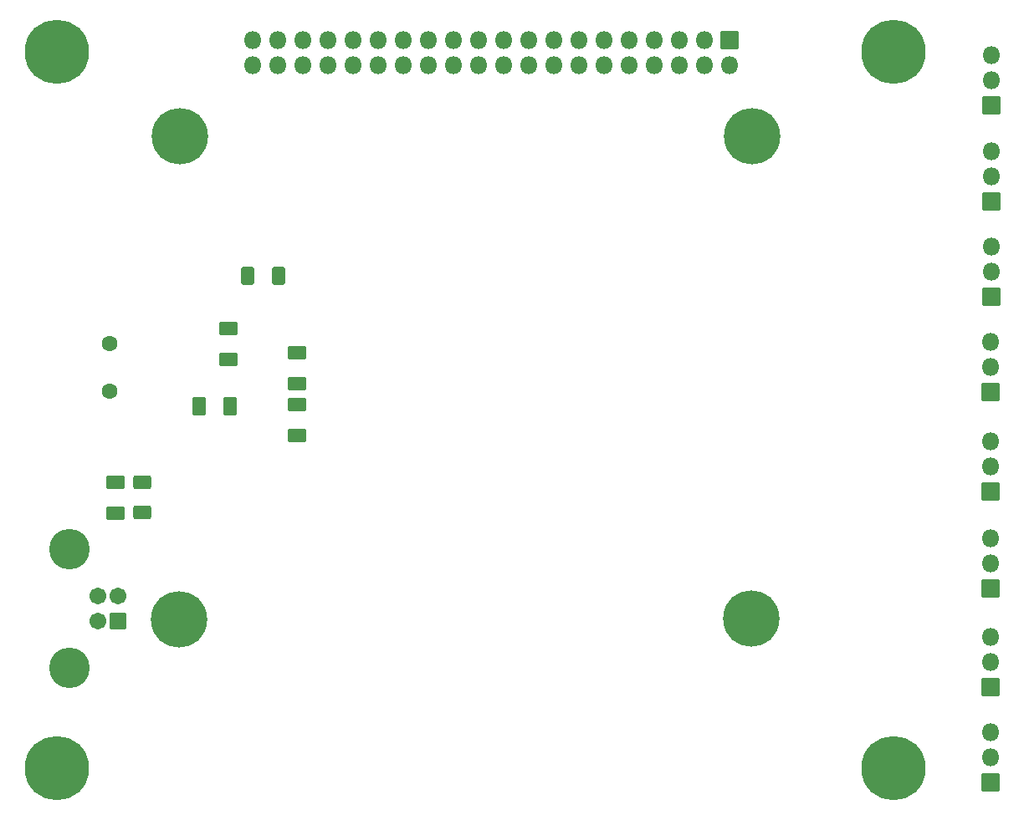
<source format=gbr>
G04 #@! TF.GenerationSoftware,KiCad,Pcbnew,6.0.10-86aedd382b~118~ubuntu22.04.1*
G04 #@! TF.CreationDate,2023-01-17T11:34:58+01:00*
G04 #@! TF.ProjectId,octoserial,6f63746f-7365-4726-9961-6c2e6b696361,rev?*
G04 #@! TF.SameCoordinates,Original*
G04 #@! TF.FileFunction,Soldermask,Bot*
G04 #@! TF.FilePolarity,Negative*
%FSLAX46Y46*%
G04 Gerber Fmt 4.6, Leading zero omitted, Abs format (unit mm)*
G04 Created by KiCad (PCBNEW 6.0.10-86aedd382b~118~ubuntu22.04.1) date 2023-01-17 11:34:58*
%MOMM*%
%LPD*%
G01*
G04 APERTURE LIST*
G04 Aperture macros list*
%AMRoundRect*
0 Rectangle with rounded corners*
0 $1 Rounding radius*
0 $2 $3 $4 $5 $6 $7 $8 $9 X,Y pos of 4 corners*
0 Add a 4 corners polygon primitive as box body*
4,1,4,$2,$3,$4,$5,$6,$7,$8,$9,$2,$3,0*
0 Add four circle primitives for the rounded corners*
1,1,$1+$1,$2,$3*
1,1,$1+$1,$4,$5*
1,1,$1+$1,$6,$7*
1,1,$1+$1,$8,$9*
0 Add four rect primitives between the rounded corners*
20,1,$1+$1,$2,$3,$4,$5,0*
20,1,$1+$1,$4,$5,$6,$7,0*
20,1,$1+$1,$6,$7,$8,$9,0*
20,1,$1+$1,$8,$9,$2,$3,0*%
G04 Aperture macros list end*
%ADD10RoundRect,0.051000X0.850000X0.850000X-0.850000X0.850000X-0.850000X-0.850000X0.850000X-0.850000X0*%
%ADD11O,1.802000X1.802000*%
%ADD12C,1.602000*%
%ADD13C,6.502000*%
%ADD14C,5.702000*%
%ADD15RoundRect,0.051000X-0.800000X0.800000X-0.800000X-0.800000X0.800000X-0.800000X0.800000X0.800000X0*%
%ADD16C,1.702000*%
%ADD17C,4.102000*%
%ADD18RoundRect,0.051000X-0.850000X0.850000X-0.850000X-0.850000X0.850000X-0.850000X0.850000X0.850000X0*%
%ADD19RoundRect,0.301000X0.412500X0.650000X-0.412500X0.650000X-0.412500X-0.650000X0.412500X-0.650000X0*%
%ADD20RoundRect,0.301000X-0.650000X0.412500X-0.650000X-0.412500X0.650000X-0.412500X0.650000X0.412500X0*%
%ADD21RoundRect,0.301000X-0.400000X-0.625000X0.400000X-0.625000X0.400000X0.625000X-0.400000X0.625000X0*%
%ADD22RoundRect,0.301000X0.625000X-0.400000X0.625000X0.400000X-0.625000X0.400000X-0.625000X-0.400000X0*%
%ADD23RoundRect,0.301000X0.650000X-0.412500X0.650000X0.412500X-0.650000X0.412500X-0.650000X-0.412500X0*%
G04 APERTURE END LIST*
D10*
X142000000Y-86000000D03*
D11*
X142000000Y-83460000D03*
X142000000Y-80920000D03*
D12*
X52900000Y-71000000D03*
X52900000Y-75880000D03*
D13*
X47500000Y-41450000D03*
X47500000Y-114050000D03*
X132200000Y-114050000D03*
X132200000Y-41500000D03*
D10*
X142000000Y-75900000D03*
D11*
X142000000Y-73360000D03*
X142000000Y-70820000D03*
D10*
X142100000Y-66300000D03*
D11*
X142100000Y-63760000D03*
X142100000Y-61220000D03*
D10*
X142100000Y-56600000D03*
D11*
X142100000Y-54060000D03*
X142100000Y-51520000D03*
D10*
X142100000Y-46900000D03*
D11*
X142100000Y-44360000D03*
X142100000Y-41820000D03*
D10*
X142000000Y-95800000D03*
D11*
X142000000Y-93260000D03*
X142000000Y-90720000D03*
D10*
X142000000Y-115500000D03*
D11*
X142000000Y-112960000D03*
X142000000Y-110420000D03*
D10*
X142000000Y-105800000D03*
D11*
X142000000Y-103260000D03*
X142000000Y-100720000D03*
D14*
X60000000Y-50000000D03*
X117900000Y-50000000D03*
X117800000Y-98900000D03*
X59900000Y-99000000D03*
D15*
X53707500Y-99100000D03*
D16*
X53707500Y-96600000D03*
X51707500Y-96600000D03*
X51707500Y-99100000D03*
D17*
X48847500Y-103850000D03*
X48847500Y-91850000D03*
D18*
X115600000Y-40300000D03*
D11*
X115600000Y-42840000D03*
X113060000Y-40300000D03*
X113060000Y-42840000D03*
X110520000Y-40300000D03*
X110520000Y-42840000D03*
X107980000Y-40300000D03*
X107980000Y-42840000D03*
X105440000Y-40300000D03*
X105440000Y-42840000D03*
X102900000Y-40300000D03*
X102900000Y-42840000D03*
X100360000Y-40300000D03*
X100360000Y-42840000D03*
X97820000Y-40300000D03*
X97820000Y-42840000D03*
X95280000Y-40300000D03*
X95280000Y-42840000D03*
X92740000Y-40300000D03*
X92740000Y-42840000D03*
X90200000Y-40300000D03*
X90200000Y-42840000D03*
X87660000Y-40300000D03*
X87660000Y-42840000D03*
X85120000Y-40300000D03*
X85120000Y-42840000D03*
X82580000Y-40300000D03*
X82580000Y-42840000D03*
X80040000Y-40300000D03*
X80040000Y-42840000D03*
X77500000Y-40300000D03*
X77500000Y-42840000D03*
X74960000Y-40300000D03*
X74960000Y-42840000D03*
X72420000Y-40300000D03*
X72420000Y-42840000D03*
X69880000Y-40300000D03*
X69880000Y-42840000D03*
X67340000Y-40300000D03*
X67340000Y-42840000D03*
D19*
X65062500Y-77400000D03*
X61937500Y-77400000D03*
D20*
X71800000Y-71937500D03*
X71800000Y-75062500D03*
X53500000Y-85050000D03*
X53500000Y-88175000D03*
D21*
X66850000Y-64200000D03*
X69950000Y-64200000D03*
D22*
X56200000Y-88150000D03*
X56200000Y-85050000D03*
D23*
X71800000Y-80362500D03*
X71800000Y-77237500D03*
D20*
X64900000Y-69537500D03*
X64900000Y-72662500D03*
M02*

</source>
